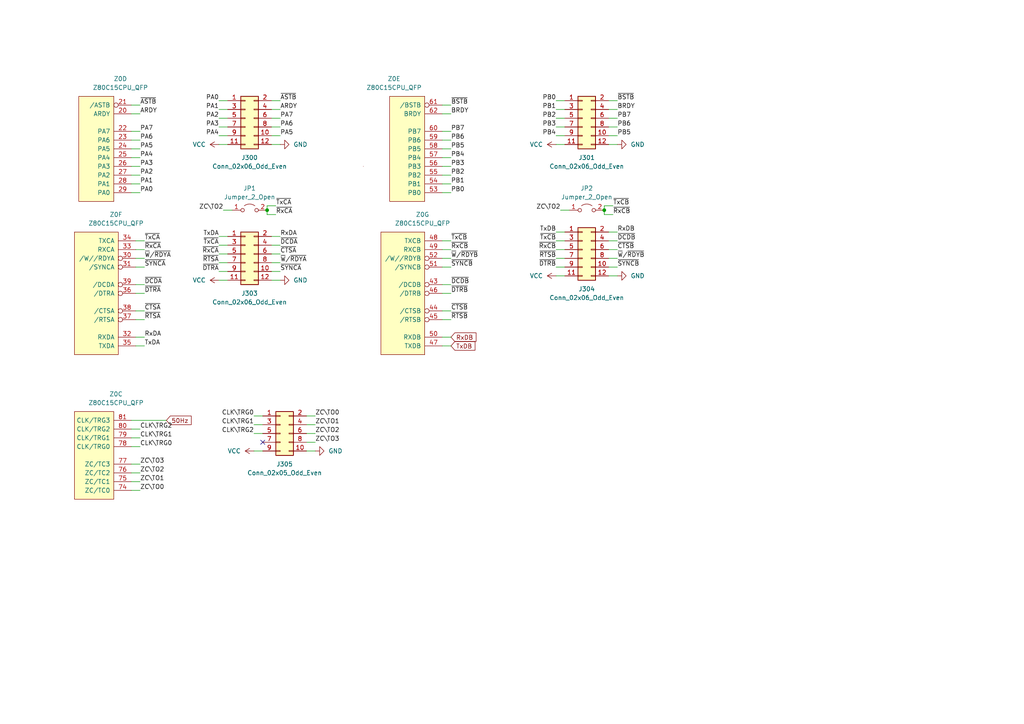
<source format=kicad_sch>
(kicad_sch (version 20211123) (generator eeschema)
  (paper "A4")
  (title_block (title "JupiterAce Z80 plus KIO and new memory format.") (date "2020-05-12") (rev "${REVNUM}") (company "Ontobus") (comment 1 "John Bradley") (comment 2 "https://creativecommons.org/licenses/by-nc-sa/4.0/") (comment 3 "Attribution-NonCommercial-ShareAlike 4.0 International License.") (comment 4 "This work is licensed under a Creative Commons "))
  (lib_symbols
    (symbol "Connector_Generic:Conn_02x05_Odd_Even" (pin_names (offset 1.016) hide)
      (property "Reference" "J" (at 1.27 7.62 0))
      (property "Value" "Conn_02x05_Odd_Even" (at 1.27 -7.62 0))
      (symbol "Conn_02x05_Odd_Even_1_1"
        (rectangle (start -1.27 -4.953) (end 0 -5.207) (stroke (width 0.1524)))
        (rectangle (start -1.27 -2.413) (end 0 -2.667) (stroke (width 0.1524)))
        (rectangle (start -1.27 0.127) (end 0 -0.127) (stroke (width 0.1524)))
        (rectangle (start -1.27 2.667) (end 0 2.413) (stroke (width 0.1524)))
        (rectangle (start -1.27 5.207) (end 0 4.953) (stroke (width 0.1524)))
        (rectangle (start -1.27 6.35) (end 3.81 -6.35) (stroke (width 0.254)) (fill (type background)))
        (rectangle (start 3.81 -4.953) (end 2.54 -5.207) (stroke (width 0.1524)))
        (rectangle (start 3.81 -2.413) (end 2.54 -2.667) (stroke (width 0.1524)))
        (rectangle (start 3.81 0.127) (end 2.54 -0.127) (stroke (width 0.1524)))
        (rectangle (start 3.81 2.667) (end 2.54 2.413) (stroke (width 0.1524)))
        (rectangle (start 3.81 5.207) (end 2.54 4.953) (stroke (width 0.1524)))
        (pin passive line (at -5.08 5.08 0) (length 3.81) (name "Pin_1") (number "1"))
        (pin passive line (at 7.62 -5.08 180) (length 3.81) (name "Pin_10") (number "10"))
        (pin passive line (at 7.62 5.08 180) (length 3.81) (name "Pin_2") (number "2"))
        (pin passive line (at -5.08 2.54 0) (length 3.81) (name "Pin_3") (number "3"))
        (pin passive line (at 7.62 2.54 180) (length 3.81) (name "Pin_4") (number "4"))
        (pin passive line (at -5.08 0 0) (length 3.81) (name "Pin_5") (number "5"))
        (pin passive line (at 7.62 0 180) (length 3.81) (name "Pin_6") (number "6"))
        (pin passive line (at -5.08 -2.54 0) (length 3.81) (name "Pin_7") (number "7"))
        (pin passive line (at 7.62 -2.54 180) (length 3.81) (name "Pin_8") (number "8"))
        (pin passive line (at -5.08 -5.08 0) (length 3.81) (name "Pin_9") (number "9"))
      )
    )
    (symbol "Connector_Generic:Conn_02x06_Odd_Even" (pin_names (offset 1.016) hide)
      (property "Reference" "J" (at 1.27 7.62 0))
      (property "Value" "Conn_02x06_Odd_Even" (at 1.27 -10.16 0))
      (symbol "Conn_02x06_Odd_Even_1_1"
        (rectangle (start -1.27 -7.493) (end 0 -7.747) (stroke (width 0.1524)))
        (rectangle (start -1.27 -4.953) (end 0 -5.207) (stroke (width 0.1524)))
        (rectangle (start -1.27 -2.413) (end 0 -2.667) (stroke (width 0.1524)))
        (rectangle (start -1.27 0.127) (end 0 -0.127) (stroke (width 0.1524)))
        (rectangle (start -1.27 2.667) (end 0 2.413) (stroke (width 0.1524)))
        (rectangle (start -1.27 5.207) (end 0 4.953) (stroke (width 0.1524)))
        (rectangle (start -1.27 6.35) (end 3.81 -8.89) (stroke (width 0.254)) (fill (type background)))
        (rectangle (start 3.81 -7.493) (end 2.54 -7.747) (stroke (width 0.1524)))
        (rectangle (start 3.81 -4.953) (end 2.54 -5.207) (stroke (width 0.1524)))
        (rectangle (start 3.81 -2.413) (end 2.54 -2.667) (stroke (width 0.1524)))
        (rectangle (start 3.81 0.127) (end 2.54 -0.127) (stroke (width 0.1524)))
        (rectangle (start 3.81 2.667) (end 2.54 2.413) (stroke (width 0.1524)))
        (rectangle (start 3.81 5.207) (end 2.54 4.953) (stroke (width 0.1524)))
        (pin passive line (at -5.08 5.08 0) (length 3.81) (name "Pin_1") (number "1"))
        (pin passive line (at 7.62 -5.08 180) (length 3.81) (name "Pin_10") (number "10"))
        (pin passive line (at -5.08 -7.62 0) (length 3.81) (name "Pin_11") (number "11"))
        (pin passive line (at 7.62 -7.62 180) (length 3.81) (name "Pin_12") (number "12"))
        (pin passive line (at 7.62 5.08 180) (length 3.81) (name "Pin_2") (number "2"))
        (pin passive line (at -5.08 2.54 0) (length 3.81) (name "Pin_3") (number "3"))
        (pin passive line (at 7.62 2.54 180) (length 3.81) (name "Pin_4") (number "4"))
        (pin passive line (at -5.08 0 0) (length 3.81) (name "Pin_5") (number "5"))
        (pin passive line (at 7.62 0 180) (length 3.81) (name "Pin_6") (number "6"))
        (pin passive line (at -5.08 -2.54 0) (length 3.81) (name "Pin_7") (number "7"))
        (pin passive line (at 7.62 -2.54 180) (length 3.81) (name "Pin_8") (number "8"))
        (pin passive line (at -5.08 -5.08 0) (length 3.81) (name "Pin_9") (number "9"))
      )
    )
    (symbol "Jumper:Jumper_2_Open" (pin_names (offset 0) hide)
      (property "Reference" "JP" (at 0 2.794 0))
      (property "Value" "Jumper_2_Open" (at 0 -2.286 0))
      (symbol "Jumper_2_Open_0_0"
        (circle (center -2.032 0) (radius 0.508))
        (circle (center 2.032 0) (radius 0.508))
      )
      (symbol "Jumper_2_Open_0_1"
        (arc (start 1.524 1.27) (mid 0 1.778) (end -1.524 1.27))
      )
      (symbol "Jumper_2_Open_1_1"
        (pin passive line (at -5.08 0 0) (length 2.54) (name "A") (number "1"))
        (pin passive line (at 5.08 0 180) (length 2.54) (name "B") (number "2"))
      )
    )
    (symbol "Zilog_Z80:Z84C15-QFP_ALT1" (pin_names (offset 1.016))
      (property "Reference" "IC" (at 5.08 5.08 0))
      (property "Value" "Z84C15-QFP_ALT1" (at -5.08 1.27 0))
      (symbol "Z84C15-QFP_ALT1_1_0"
        (rectangle (start 0 0) (end 25.4 -64.77) (fill (type background)))
        (pin output line (at 30.48 -15.24 180) (length 5.08) (name "A5") (number "1"))
        (pin input inverted (at -5.08 -45.72 0) (length 5.08) (name "/BUSREQ") (number "10"))
        (pin output line (at 30.48 -17.78 180) (length 5.08) (name "A6") (number "100"))
        (pin bidirectional inverted (at -5.08 -27.94 0) (length 5.08) (name "/WAIT") (number "11"))
        (pin tri_state inverted (at -5.08 -48.26 0) (length 5.08) (name "/BUSACK") (number "12"))
        (pin output inverted (at -5.08 -12.7 0) (length 5.08) (name "/WR") (number "13"))
        (pin output inverted (at -5.08 -10.16 0) (length 5.08) (name "/RD") (number "14"))
        (pin output inverted (at -5.08 -7.62 0) (length 5.08) (name "/IORQ") (number "15"))
        (pin output inverted (at -5.08 -5.08 0) (length 5.08) (name "/MREQ") (number "17"))
        (pin tri_state inverted (at -5.08 -22.86 0) (length 5.08) (name "/HALT") (number "18"))
        (pin open_collector inverted (at -5.08 -35.56 0) (length 5.08) (name "/INT") (number "19"))
        (pin output line (at 30.48 -12.7 180) (length 5.08) (name "A4") (number "2"))
        (pin output line (at 30.48 -10.16 180) (length 5.08) (name "A3") (number "3"))
        (pin output line (at 30.48 -7.62 180) (length 5.08) (name "A2") (number "4"))
        (pin output line (at 30.48 -5.08 180) (length 5.08) (name "A1") (number "5"))
        (pin output line (at 30.48 -2.54 180) (length 5.08) (name "A0") (number "6"))
        (pin input inverted (at -5.08 -33.02 0) (length 5.08) (name "/NMI") (number "63"))
        (pin input line (at -5.08 -53.34 0) (length 5.08) (name "CLKIN") (number "69"))
        (pin tri_state inverted (at -5.08 -17.78 0) (length 5.08) (name "/RFSH") (number "7"))
        (pin output inverted (at -5.08 -2.54 0) (length 5.08) (name "M1") (number "8"))
        (pin bidirectional line (at 30.48 -63.5 180) (length 5.08) (name "D7") (number "82"))
        (pin bidirectional line (at 30.48 -60.96 180) (length 5.08) (name "D6") (number "83"))
        (pin bidirectional line (at 30.48 -58.42 180) (length 5.08) (name "D5") (number "84"))
        (pin bidirectional line (at 30.48 -55.88 180) (length 5.08) (name "D4") (number "85"))
        (pin bidirectional line (at 30.48 -53.34 180) (length 5.08) (name "D3") (number "86"))
        (pin bidirectional line (at 30.48 -50.8 180) (length 5.08) (name "D2") (number "87"))
        (pin bidirectional line (at 30.48 -48.26 180) (length 5.08) (name "D1") (number "88"))
        (pin bidirectional line (at 30.48 -45.72 180) (length 5.08) (name "D0") (number "89"))
        (pin open_collector inverted (at -5.08 -40.64 0) (length 5.08) (name "/RESET") (number "9"))
        (pin output line (at 30.48 -40.64 180) (length 5.08) (name "A15") (number "91"))
        (pin output line (at 30.48 -38.1 180) (length 5.08) (name "A14") (number "92"))
        (pin output line (at 30.48 -35.56 180) (length 5.08) (name "A13") (number "93"))
        (pin output line (at 30.48 -33.02 180) (length 5.08) (name "A12") (number "94"))
        (pin output line (at 30.48 -30.48 180) (length 5.08) (name "A11") (number "95"))
        (pin output line (at 30.48 -27.94 180) (length 5.08) (name "A10") (number "96"))
        (pin output line (at 30.48 -25.4 180) (length 5.08) (name "A9") (number "97"))
        (pin output line (at 30.48 -22.86 180) (length 5.08) (name "A8") (number "98"))
        (pin output line (at 30.48 -20.32 180) (length 5.08) (name "A7") (number "99"))
      )
      (symbol "Z84C15-QFP_ALT1_2_0"
        (rectangle (start 0 0) (end 16.51 -26.67) (fill (type background)))
        (pin power_in line (at 21.59 -21.59 180) (length 5.08) (name "VSS$1") (number "16"))
        (pin output inverted (at 21.59 -5.08 180) (length 5.08) (name "/CS0") (number "40"))
        (pin power_in line (at -5.08 -21.59 0) (length 5.08) (name "VCC$1") (number "41"))
        (pin output inverted (at 21.59 -2.54 180) (length 5.08) (name "/CS1") (number "42"))
        (pin power_in line (at 21.59 -24.13 180) (length 5.08) (name "VSS$2") (number "64"))
        (pin input line (at -5.08 -6.35 0) (length 5.08) (name "XTAL1") (number "65"))
        (pin output line (at -5.08 -8.89 0) (length 5.08) (name "XTAL2") (number "66"))
        (pin input line (at -5.08 -17.78 0) (length 5.08) (name "EV") (number "67"))
        (pin output line (at -5.08 -12.7 0) (length 5.08) (name "CLKOUT") (number "68"))
        (pin output inverted (at 21.59 -17.78 180) (length 5.08) (name "A7RF") (number "70"))
        (pin output inverted (at 21.59 -12.7 180) (length 5.08) (name "IEO") (number "71"))
        (pin input inverted (at 21.59 -10.16 180) (length 5.08) (name "IEI") (number "72"))
        (pin open_collector inverted (at -5.08 -2.54 0) (length 5.08) (name "/WDTOUT") (number "73"))
        (pin power_in line (at -5.08 -24.13 0) (length 5.08) (name "VCC$2") (number "90"))
      )
      (symbol "Z84C15-QFP_ALT1_3_0"
        (rectangle (start 0 0) (end 11.43 -25.4) (fill (type background)))
        (pin output line (at 16.51 -22.86 180) (length 5.08) (name "ZC/TC0") (number "74"))
        (pin output line (at 16.51 -20.32 180) (length 5.08) (name "ZC/TC1") (number "75"))
        (pin output line (at 16.51 -17.78 180) (length 5.08) (name "ZC/TC2") (number "76"))
        (pin output line (at 16.51 -15.24 180) (length 5.08) (name "ZC/TC3") (number "77"))
        (pin input line (at 16.51 -10.16 180) (length 5.08) (name "CLK/TRG0") (number "78"))
        (pin input line (at 16.51 -7.62 180) (length 5.08) (name "CLK/TRG1") (number "79"))
        (pin input line (at 16.51 -5.08 180) (length 5.08) (name "CLK/TRG2") (number "80"))
        (pin input line (at 16.51 -2.54 180) (length 5.08) (name "CLK/TRG3") (number "81"))
      )
      (symbol "Z84C15-QFP_ALT1_4_0"
        (rectangle (start 0 0) (end 10.16 -30.48) (fill (type background)))
        (pin output line (at 15.24 -5.08 180) (length 5.08) (name "ARDY") (number "20"))
        (pin input inverted (at 15.24 -2.54 180) (length 5.08) (name "/ASTB") (number "21"))
        (pin tri_state line (at 15.24 -10.16 180) (length 5.08) (name "PA7") (number "22"))
        (pin tri_state line (at 15.24 -12.7 180) (length 5.08) (name "PA6") (number "23"))
        (pin tri_state line (at 15.24 -15.24 180) (length 5.08) (name "PA5") (number "24"))
        (pin tri_state line (at 15.24 -17.78 180) (length 5.08) (name "PA4") (number "25"))
        (pin tri_state line (at 15.24 -20.32 180) (length 5.08) (name "PA3") (number "26"))
        (pin tri_state line (at 15.24 -22.86 180) (length 5.08) (name "PA2") (number "27"))
        (pin tri_state line (at 15.24 -25.4 180) (length 5.08) (name "PA1") (number "28"))
        (pin tri_state line (at 15.24 -27.94 180) (length 5.08) (name "PA0") (number "29"))
      )
      (symbol "Z84C15-QFP_ALT1_5_0"
        (rectangle (start -7.62 -20.32) (end -7.62 -20.32))
        (rectangle (start 10.16 -30.48) (end 0 0) (fill (type background)))
        (pin tri_state line (at 15.24 -27.94 180) (length 5.08) (name "PB0") (number "53"))
        (pin tri_state line (at 15.24 -25.4 180) (length 5.08) (name "PB1") (number "54"))
        (pin tri_state line (at 15.24 -22.86 180) (length 5.08) (name "PB2") (number "55"))
        (pin tri_state line (at 15.24 -20.32 180) (length 5.08) (name "PB3") (number "56"))
        (pin tri_state line (at 15.24 -17.78 180) (length 5.08) (name "PB4") (number "57"))
        (pin tri_state line (at 15.24 -15.24 180) (length 5.08) (name "PB5") (number "58"))
        (pin tri_state line (at 15.24 -12.7 180) (length 5.08) (name "PB6") (number "59"))
        (pin tri_state line (at 15.24 -10.16 180) (length 5.08) (name "PB7") (number "60"))
        (pin input inverted (at 15.24 -2.54 180) (length 5.08) (name "/BSTB") (number "61"))
        (pin output line (at 15.24 -5.08 180) (length 5.08) (name "BRDY") (number "62"))
      )
      (symbol "Z84C15-QFP_ALT1_6_0"
        (pin output inverted (at 17.78 -7.62 180) (length 5.08) (name "/W//RDYA") (number "30"))
        (pin bidirectional inverted (at 17.78 -10.16 180) (length 5.08) (name "/SYNCA") (number "31"))
        (pin input line (at 17.78 -30.48 180) (length 5.08) (name "RXDA") (number "32"))
        (pin input line (at 17.78 -5.08 180) (length 5.08) (name "RXCA") (number "33"))
        (pin input line (at 17.78 -2.54 180) (length 5.08) (name "TXCA") (number "34"))
        (pin output line (at 17.78 -33.02 180) (length 5.08) (name "TXDA") (number "35"))
        (pin output inverted (at 17.78 -17.78 180) (length 5.08) (name "/DTRA") (number "36"))
        (pin output inverted (at 17.78 -25.4 180) (length 5.08) (name "/RTSA") (number "37"))
        (pin input inverted (at 17.78 -22.86 180) (length 5.08) (name "/CTSA") (number "38"))
        (pin input inverted (at 17.78 -15.24 180) (length 5.08) (name "/DCDA") (number "39"))
      )
      (symbol "Z84C15-QFP_ALT1_6_1"
        (rectangle (start 12.7 -35.56) (end 0 0) (fill (type background)))
      )
      (symbol "Z84C15-QFP_ALT1_7_0"
        (pin input inverted (at 17.78 -15.24 180) (length 5.08) (name "/DCDB") (number "43"))
        (pin input inverted (at 17.78 -22.86 180) (length 5.08) (name "/CTSB") (number "44"))
        (pin output inverted (at 17.78 -25.4 180) (length 5.08) (name "/RTSB") (number "45"))
        (pin output inverted (at 17.78 -17.78 180) (length 5.08) (name "/DTRB") (number "46"))
        (pin output line (at 17.78 -33.02 180) (length 5.08) (name "TXDB") (number "47"))
        (pin input line (at 17.78 -2.54 180) (length 5.08) (name "TXCB") (number "48"))
        (pin input line (at 17.78 -5.08 180) (length 5.08) (name "RXCB") (number "49"))
        (pin input line (at 17.78 -30.48 180) (length 5.08) (name "RXDB") (number "50"))
        (pin bidirectional inverted (at 17.78 -10.16 180) (length 5.08) (name "/SYNCB") (number "51"))
        (pin output inverted (at 17.78 -7.62 180) (length 5.08) (name "/W//RDYB") (number "52"))
      )
      (symbol "Z84C15-QFP_ALT1_7_1"
        (rectangle (start 12.7 -35.56) (end 0 0) (fill (type background)))
      )
    )
    (symbol "power:GND" (power) (pin_names (offset 0))
      (property "Value" "GND" (at 0 -3.81 0))
      (symbol "GND_0_1"
        (polyline (pts (xy 0 0) (xy 0 -1.27) (xy 1.27 -1.27) (xy 0 -2.54) (xy -1.27 -1.27) (xy 0 -1.27)))
      )
      (symbol "GND_1_1"
        (pin power_in line (at 0 0 270) (length 0) hide (name "GND") (number "1"))
      )
    )
    (symbol "power:VCC" (power) (pin_names (offset 0))
      (property "Value" "VCC" (at 0 3.81 0))
      (symbol "VCC_0_1"
        (polyline (pts (xy -0.762 1.27) (xy 0 2.54)))
        (polyline (pts (xy 0 0) (xy 0 2.54)))
        (polyline (pts (xy 0 2.54) (xy 0.762 1.27)))
      )
      (symbol "VCC_1_1"
        (pin power_in line (at 0 0 90) (length 0) hide (name "VCC") (number "1"))
      )
    )
  )
  (junction (at 77.47 60.96))
  (junction (at 175.26 60.96))
  (no_connect (at 76.2 128.27))
  (wire (pts (xy 39.37 100.33) (xy 41.91 100.33)))
  (wire (pts (xy 175.26 62.23) (xy 177.8 62.23)))
  (wire (pts (xy 176.53 72.39) (xy 179.07 72.39)))
  (wire (pts (xy 39.37 90.17) (xy 41.91 90.17)))
  (wire (pts (xy 176.53 41.91) (xy 179.07 41.91)))
  (wire (pts (xy 38.1 45.72) (xy 40.64 45.72)))
  (wire (pts (xy 78.74 29.21) (xy 81.28 29.21)))
  (wire (pts (xy 48.26 121.92) (xy 38.1 121.92)))
  (wire (pts (xy 161.29 80.01) (xy 163.83 80.01)))
  (wire (pts (xy 163.83 72.39) (xy 161.29 72.39)))
  (wire (pts (xy 162.56 60.96) (xy 165.1 60.96)))
  (wire (pts (xy 78.74 39.37) (xy 81.28 39.37)))
  (wire (pts (xy 73.66 130.81) (xy 76.2 130.81)))
  (wire (pts (xy 77.47 62.23) (xy 80.01 62.23)))
  (wire (pts (xy 76.2 120.65) (xy 73.66 120.65)))
  (wire (pts (xy 78.74 68.58) (xy 81.28 68.58)))
  (wire (pts (xy 175.26 59.69) (xy 177.8 59.69)))
  (wire (pts (xy 38.1 50.8) (xy 40.64 50.8)))
  (wire (pts (xy 176.53 69.85) (xy 179.07 69.85)))
  (wire (pts (xy 77.47 59.69) (xy 80.01 59.69)))
  (wire (pts (xy 128.27 43.18) (xy 130.81 43.18)))
  (wire (pts (xy 163.83 34.29) (xy 161.29 34.29)))
  (wire (pts (xy 179.07 77.47) (xy 176.53 77.47)))
  (wire (pts (xy 78.74 41.91) (xy 81.28 41.91)))
  (wire (pts (xy 66.04 36.83) (xy 63.5 36.83)))
  (wire (pts (xy 78.74 71.12) (xy 81.28 71.12)))
  (wire (pts (xy 66.04 34.29) (xy 63.5 34.29)))
  (wire (pts (xy 128.27 77.47) (xy 130.81 77.47)))
  (wire (pts (xy 38.1 124.46) (xy 40.64 124.46)))
  (wire (pts (xy 39.37 74.93) (xy 41.91 74.93)))
  (wire (pts (xy 176.53 80.01) (xy 179.07 80.01)))
  (wire (pts (xy 38.1 43.18) (xy 40.64 43.18)))
  (wire (pts (xy 38.1 127) (xy 40.64 127)))
  (wire (pts (xy 78.74 81.28) (xy 81.28 81.28)))
  (wire (pts (xy 66.04 76.2) (xy 63.5 76.2)))
  (wire (pts (xy 38.1 30.48) (xy 40.64 30.48)))
  (wire (pts (xy 88.9 128.27) (xy 91.44 128.27)))
  (wire (pts (xy 128.27 50.8) (xy 130.81 50.8)))
  (wire (pts (xy 38.1 53.34) (xy 40.64 53.34)))
  (wire (pts (xy 66.04 78.74) (xy 63.5 78.74)))
  (wire (pts (xy 66.04 31.75) (xy 63.5 31.75)))
  (wire (pts (xy 175.26 60.96) (xy 175.26 62.23)))
  (wire (pts (xy 38.1 48.26) (xy 40.64 48.26)))
  (wire (pts (xy 128.27 92.71) (xy 130.81 92.71)))
  (wire (pts (xy 38.1 55.88) (xy 40.64 55.88)))
  (wire (pts (xy 88.9 130.81) (xy 91.44 130.81)))
  (wire (pts (xy 128.27 45.72) (xy 130.81 45.72)))
  (wire (pts (xy 66.04 71.12) (xy 63.5 71.12)))
  (wire (pts (xy 128.27 72.39) (xy 130.81 72.39)))
  (wire (pts (xy 78.74 34.29) (xy 81.28 34.29)))
  (wire (pts (xy 179.07 74.93) (xy 176.53 74.93)))
  (wire (pts (xy 176.53 39.37) (xy 179.07 39.37)))
  (wire (pts (xy 38.1 33.02) (xy 40.64 33.02)))
  (wire (pts (xy 38.1 139.7) (xy 40.64 139.7)))
  (wire (pts (xy 78.74 31.75) (xy 81.28 31.75)))
  (wire (pts (xy 76.2 125.73) (xy 73.66 125.73)))
  (wire (pts (xy 78.74 78.74) (xy 81.28 78.74)))
  (wire (pts (xy 63.5 81.28) (xy 66.04 81.28)))
  (wire (pts (xy 163.83 74.93) (xy 161.29 74.93)))
  (wire (pts (xy 78.74 36.83) (xy 81.28 36.83)))
  (wire (pts (xy 128.27 48.26) (xy 130.81 48.26)))
  (wire (pts (xy 38.1 137.16) (xy 40.64 137.16)))
  (wire (pts (xy 38.1 40.64) (xy 40.64 40.64)))
  (wire (pts (xy 175.26 60.96) (xy 175.26 59.69)))
  (wire (pts (xy 163.83 77.47) (xy 161.29 77.47)))
  (wire (pts (xy 88.9 125.73) (xy 91.44 125.73)))
  (wire (pts (xy 161.29 41.91) (xy 163.83 41.91)))
  (wire (pts (xy 66.04 68.58) (xy 63.5 68.58)))
  (wire (pts (xy 64.77 60.96) (xy 67.31 60.96)))
  (wire (pts (xy 128.27 100.33) (xy 130.81 100.33)))
  (wire (pts (xy 38.1 129.54) (xy 40.64 129.54)))
  (wire (pts (xy 128.27 69.85) (xy 130.81 69.85)))
  (wire (pts (xy 39.37 85.09) (xy 41.91 85.09)))
  (wire (pts (xy 176.53 34.29) (xy 179.07 34.29)))
  (wire (pts (xy 163.83 67.31) (xy 161.29 67.31)))
  (wire (pts (xy 39.37 69.85) (xy 41.91 69.85)))
  (wire (pts (xy 163.83 39.37) (xy 161.29 39.37)))
  (wire (pts (xy 128.27 85.09) (xy 130.81 85.09)))
  (wire (pts (xy 176.53 31.75) (xy 179.07 31.75)))
  (wire (pts (xy 63.5 41.91) (xy 66.04 41.91)))
  (wire (pts (xy 128.27 82.55) (xy 130.81 82.55)))
  (wire (pts (xy 176.53 67.31) (xy 179.07 67.31)))
  (wire (pts (xy 39.37 97.79) (xy 41.91 97.79)))
  (wire (pts (xy 176.53 36.83) (xy 179.07 36.83)))
  (wire (pts (xy 163.83 69.85) (xy 161.29 69.85)))
  (wire (pts (xy 38.1 134.62) (xy 40.64 134.62)))
  (wire (pts (xy 163.83 29.21) (xy 161.29 29.21)))
  (wire (pts (xy 38.1 142.24) (xy 40.64 142.24)))
  (wire (pts (xy 76.2 123.19) (xy 73.66 123.19)))
  (wire (pts (xy 128.27 90.17) (xy 130.81 90.17)))
  (wire (pts (xy 39.37 77.47) (xy 41.91 77.47)))
  (wire (pts (xy 88.9 123.19) (xy 91.44 123.19)))
  (wire (pts (xy 77.47 60.96) (xy 77.47 62.23)))
  (wire (pts (xy 128.27 33.02) (xy 130.81 33.02)))
  (wire (pts (xy 39.37 72.39) (xy 41.91 72.39)))
  (wire (pts (xy 39.37 82.55) (xy 41.91 82.55)))
  (wire (pts (xy 78.74 73.66) (xy 81.28 73.66)))
  (wire (pts (xy 128.27 97.79) (xy 130.81 97.79)))
  (wire (pts (xy 128.27 38.1) (xy 130.81 38.1)))
  (wire (pts (xy 128.27 53.34) (xy 130.81 53.34)))
  (wire (pts (xy 128.27 40.64) (xy 130.81 40.64)))
  (wire (pts (xy 78.74 76.2) (xy 81.28 76.2)))
  (wire (pts (xy 176.53 29.21) (xy 179.07 29.21)))
  (wire (pts (xy 163.83 31.75) (xy 161.29 31.75)))
  (wire (pts (xy 66.04 29.21) (xy 63.5 29.21)))
  (wire (pts (xy 77.47 60.96) (xy 77.47 59.69)))
  (wire (pts (xy 88.9 120.65) (xy 91.44 120.65)))
  (wire (pts (xy 66.04 73.66) (xy 63.5 73.66)))
  (wire (pts (xy 128.27 55.88) (xy 130.81 55.88)))
  (wire (pts (xy 38.1 38.1) (xy 40.64 38.1)))
  (wire (pts (xy 128.27 30.48) (xy 130.81 30.48)))
  (wire (pts (xy 128.27 74.93) (xy 130.81 74.93)))
  (wire (pts (xy 163.83 36.83) (xy 161.29 36.83)))
  (wire (pts (xy 39.37 92.71) (xy 41.91 92.71)))
  (wire (pts (xy 66.04 39.37) (xy 63.5 39.37)))
  (label "~{RxCA}" (at 80.01 62.23 0))
  (label "PA1" (at 40.64 53.34 0))
  (label "~{DTRA}" (at 63.5 78.74 180))
  (label "~{DTRB}" (at 161.29 77.47 180))
  (label "PA5" (at 81.28 39.37 0))
  (label "~{W}{slash}~{RDYB}" (at 130.81 74.93 0))
  (label "~{CTSA}" (at 81.28 73.66 0))
  (label "ZC\\TO2" (at 162.56 60.96 180))
  (label "ZC\\TO3" (at 40.64 134.62 0))
  (label "PB1" (at 130.81 53.34 0))
  (label "PB4" (at 130.81 45.72 0))
  (label "~{TxCB}" (at 161.29 69.85 0))
  (label "CLK\\TRG0" (at 73.66 120.65 0))
  (label "PB7" (at 130.81 38.1 0))
  (label "PA6" (at 40.64 40.64 0))
  (label "ZC\\TO2" (at 64.77 60.96 180))
  (label "~{BSTB}" (at 130.81 30.48 0))
  (label "~{RxCA}" (at 41.91 72.39 0))
  (label "~{CTSB}" (at 179.07 72.39 0))
  (label "ZC\\TO2" (at 40.64 137.16 0))
  (label "~{W}{slash}~{RDYA}" (at 41.91 74.93 0))
  (label "PB6" (at 130.81 40.64 0))
  (label "~{RxCB}" (at 177.8 62.23 0))
  (label "~{RTSA}" (at 41.91 92.71 0))
  (label "~{TxCB}" (at 177.8 59.69 0))
  (label "CLK\\TRG1" (at 40.64 127 0))
  (label "~{CTSB}" (at 130.81 90.17 0))
  (label "PA5" (at 40.64 43.18 0))
  (label "PB2" (at 161.29 34.29 0))
  (label "ARDY" (at 40.64 33.02 0))
  (label "~{RxCB}" (at 130.81 72.39 0))
  (label "PB0" (at 130.81 55.88 0))
  (label "PA3" (at 40.64 48.26 0))
  (label "CLK\\TRG0" (at 40.64 129.54 0))
  (label "PA4" (at 40.64 45.72 0))
  (label "PB3" (at 130.81 48.26 0))
  (label "~{TxCB}" (at 130.81 69.85 0))
  (label "RxDA" (at 41.91 97.79 0))
  (label "~{DCDA}" (at 81.28 71.12 0))
  (label "~{ASTB}" (at 81.28 29.21 0))
  (label "CLK\\TRG2" (at 40.64 124.46 0))
  (label "PA1" (at 63.5 31.75 0))
  (label "~{ASTB}" (at 40.64 30.48 0))
  (label "PA6" (at 81.28 36.83 0))
  (label "~{BSTB}" (at 179.07 29.21 0))
  (label "~{SYNCA}" (at 81.28 78.74 0))
  (label "PB6" (at 179.07 36.83 0))
  (label "RxDA" (at 81.28 68.58 0))
  (label "ARDY" (at 81.28 31.75 0))
  (label "PA4" (at 63.5 39.37 0))
  (label "~{RxCB}" (at 161.29 72.39 0))
  (label "PB0" (at 161.29 29.21 0))
  (label "ZC\\TO0" (at 91.44 120.65 0))
  (label "~{SYNCB}" (at 179.07 77.47 0))
  (label "PA2" (at 63.5 34.29 0))
  (label "PA2" (at 40.64 50.8 0))
  (label "~{DCDB}" (at 179.07 69.85 0))
  (label "~{DCDB}" (at 130.81 82.55 0))
  (label "TxDA" (at 41.91 100.33 0))
  (label "~{DCDA}" (at 41.91 82.55 0))
  (label "PA3" (at 63.5 36.83 0))
  (label "ZC\\TO1" (at 40.64 139.7 0))
  (label "TxDB" (at 161.29 67.31 0))
  (label "~{SYNCA}" (at 41.91 77.47 0))
  (label "ZC\\TO2" (at 91.44 125.73 0))
  (label "CLK\\TRG1" (at 73.66 123.19 0))
  (label "TxDA" (at 63.5 68.58 0))
  (label "ZC\\TO1" (at 91.44 123.19 0))
  (label "PB3" (at 161.29 36.83 0))
  (label "~{SYNCB}" (at 130.81 77.47 0))
  (label "PA0" (at 63.5 29.21 0))
  (label "PB5" (at 179.07 39.37 0))
  (label "~{TxCA}" (at 41.91 69.85 0))
  (label "RxDB" (at 179.07 67.31 0))
  (label "BRDY" (at 179.07 31.75 0))
  (label "PA0" (at 40.64 55.88 0))
  (label "CLK\\TRG2" (at 73.66 125.73 0))
  (label "PB7" (at 179.07 34.29 0))
  (label "~{RxCA}" (at 63.5 73.66 0))
  (label "PB1" (at 161.29 31.75 0))
  (label "~{TxCA}" (at 63.5 71.12 0))
  (label "~{TxCA}" (at 80.01 59.69 0))
  (label "ZC\\TO0" (at 40.64 142.24 0))
  (label "BRDY" (at 130.81 33.02 0))
  (label "~{W}{slash}~{RDYA}" (at 81.28 76.2 0))
  (label "~{DTRA}" (at 41.91 85.09 0))
  (label "PA7" (at 81.28 34.29 0))
  (label "PB2" (at 130.81 50.8 0))
  (label "PA7" (at 40.64 38.1 0))
  (label "~{W}{slash}~{RDYB}" (at 179.07 74.93 0))
  (label "~{RTSA}" (at 63.5 76.2 180))
  (label "~{RTSB}" (at 130.81 92.71 0))
  (label "~{RTSB}" (at 161.29 74.93 180))
  (label "~{DTRB}" (at 130.81 85.09 0))
  (label "PB4" (at 161.29 39.37 0))
  (label "~{CTSA}" (at 41.91 90.17 0))
  (label "ZC\\TO3" (at 91.44 128.27 0))
  (label "PB5" (at 130.81 43.18 0))
  (global_label "50Hz" (shape input) (at 48.26 121.92 0) (property "Intersheet References" "${INTERSHEET_REFS}" (at 55.3618 121.8406 0) (effects (justify left))))
  (global_label "TxDB" (shape input) (at 130.81 100.33 0) (property "Intersheet References" "${INTERSHEET_REFS}" (at 137.6699 100.2506 0) (effects (justify left))))
  (global_label "RxDB" (shape input) (at 130.81 97.79 0) (property "Intersheet References" "${INTERSHEET_REFS}" (at 137.9723 97.7106 0) (effects (justify left))))
  (symbol (lib_id "Connector_Generic:Conn_02x06_Odd_Even") (at 71.12 34.29 0) (unit 1)
    (property "Reference" "J300" (at 72.39 45.72 0))
    (property "Value" "Conn_02x06_Odd_Even" (at 72.39 48.26 0))
    (property "Footprint" "Connector_PinHeader_2.54mm:PinHeader_2x06_P2.54mm_Vertical" (effects hide))
    (property "Manufacturer_Name" "SAMTEC" (effects hide))
    (property "Manufacturer_Part_Number" "HTSW-106-08-S-D " (effects hide))
  )
  (symbol (lib_id "Connector_Generic:Conn_02x06_Odd_Even") (at 168.91 34.29 0) (unit 1)
    (property "Reference" "J301" (at 170.18 45.72 0))
    (property "Value" "Conn_02x06_Odd_Even" (at 170.18 48.26 0))
    (property "Footprint" "Connector_PinHeader_2.54mm:PinHeader_2x06_P2.54mm_Vertical" (effects hide))
    (property "Manufacturer_Name" "SAMTEC" (effects hide))
    (property "Manufacturer_Part_Number" "HTSW-106-08-S-D " (effects hide))
  )
  (symbol (lib_id "power:VCC") (at 73.66 130.81 90) (unit 1)
    (property "Reference" "#~PWR0176" (effects hide))
    (property "Value" "VCC" (at 69.85 130.8099 90) (effects (justify left)))
  )
  (symbol (lib_id "power:GND") (at 91.44 130.81 90) (unit 1)
    (property "Reference" "#~PWR0177" (effects hide))
    (property "Value" "GND" (at 95.25 130.8099 90) (effects (justify right)))
  )
  (symbol (lib_id "power:GND") (at 81.28 41.91 90) (unit 1)
    (property "Reference" "#~PWR0101" (effects hide))
    (property "Value" "GND" (at 85.09 41.9099 90) (effects (justify right)))
  )
  (symbol (lib_id "power:VCC") (at 63.5 41.91 90) (unit 1)
    (property "Reference" "#~PWR0114" (effects hide))
    (property "Value" "VCC" (at 59.69 41.9099 90) (effects (justify left)))
  )
  (symbol (lib_id "power:GND") (at 179.07 41.91 90) (unit 1)
    (property "Reference" "#~PWR0117" (effects hide))
    (property "Value" "GND" (at 182.88 41.9099 90) (effects (justify right)))
  )
  (symbol (lib_id "power:VCC") (at 161.29 41.91 90) (unit 1)
    (property "Reference" "#~PWR0119" (effects hide))
    (property "Value" "VCC" (at 157.48 41.9099 90) (effects (justify left)))
  )
  (symbol (lib_id "power:GND") (at 81.28 81.28 90) (unit 1)
    (property "Reference" "#~PWR0143" (effects hide))
    (property "Value" "GND" (at 85.09 81.2799 90) (effects (justify right)))
  )
  (symbol (lib_id "power:VCC") (at 63.5 81.28 90) (unit 1)
    (property "Reference" "#~PWR0156" (effects hide))
    (property "Value" "VCC" (at 59.69 81.2799 90) (effects (justify left)))
  )
  (symbol (lib_id "power:GND") (at 179.07 80.01 90) (unit 1)
    (property "Reference" "#~PWR0164" (effects hide))
    (property "Value" "GND" (at 182.88 80.0099 90) (effects (justify right)))
  )
  (symbol (lib_id "power:VCC") (at 161.29 80.01 90) (unit 1)
    (property "Reference" "#~PWR0175" (effects hide))
    (property "Value" "VCC" (at 157.48 80.0099 90) (effects (justify left)))
  )
  (symbol (lib_id "Connector_Generic:Conn_02x06_Odd_Even") (at 71.12 73.66 0) (unit 1)
    (property "Reference" "J303" (at 72.39 85.09 0))
    (property "Value" "Conn_02x06_Odd_Even" (at 72.39 87.63 0))
    (property "Footprint" "Connector_PinHeader_2.54mm:PinHeader_2x06_P2.54mm_Vertical" (effects hide))
    (property "Manufacturer_Name" "SAMTEC" (effects hide))
    (property "Manufacturer_Part_Number" "TSW-104-08-S-D" (effects hide))
  )
  (symbol (lib_id "Connector_Generic:Conn_02x06_Odd_Even") (at 168.91 72.39 0) (unit 1)
    (property "Reference" "J304" (at 170.18 83.82 0))
    (property "Value" "Conn_02x06_Odd_Even" (at 170.18 86.36 0))
    (property "Footprint" "Connector_PinHeader_2.54mm:PinHeader_2x06_P2.54mm_Vertical" (effects hide))
    (property "Manufacturer_Name" "SAMTEC" (effects hide))
    (property "Manufacturer_Part_Number" "TSW-104-08-S-D" (effects hide))
  )
  (symbol (lib_id "Connector_Generic:Conn_02x05_Odd_Even") (at 81.28 125.73 0) (unit 1)
    (property "Reference" "J305" (at 82.55 134.62 0))
    (property "Value" "Conn_02x05_Odd_Even" (at 82.55 137.16 0))
    (property "Footprint" "Connector_PinHeader_2.54mm:PinHeader_2x05_P2.54mm_Vertical" (effects hide))
    (property "Manufacturer_Name" "TE Connectivity / AMP" (effects hide))
    (property "Manufacturer_Part_Number" "HTSW-105-08-S-D " (effects hide))
  )
  (symbol (lib_id "Zilog_Z80:Z84C15-QFP_ALT1") (at 110.49 67.31 0) (unit 7)
    (property "Reference" "Z0" (at 122.555 62.23 0))
    (property "Value" "Z80C15CPU_QFP" (at 122.555 64.77 0))
    (property "Footprint" "Package_QFP:PQFP-100_14x20mm_P0.65mm" (effects hide))
    (property "Datasheet" "https://www.mouser.co.uk/datasheet/2/450/ps0182-18334.pdf" (effects hide))
    (property "Manufacturer_Name" "Zilog" (effects hide))
    (property "Manufacturer_Part_Number" "Z84C00" (effects hide))
  )
  (symbol (lib_id "Jumper:Jumper_2_Open") (at 170.18 60.96 0) (unit 1)
    (property "Reference" "JP2" (at 170.18 54.61 0))
    (property "Value" "Jumper_2_Open" (at 170.18 57.15 0))
    (property "Footprint" "Connector_PinHeader_2.54mm:PinHeader_1x02_P2.54mm_Vertical" (effects hide))
  )
  (symbol (lib_id "Zilog_Z80:Z84C15-QFP_ALT1") (at 113.03 27.94 0) (unit 5)
    (property "Reference" "Z0" (at 114.3 22.86 0))
    (property "Value" "Z80C15CPU_QFP" (at 114.3 25.4 0))
    (property "Footprint" "Package_QFP:PQFP-100_14x20mm_P0.65mm" (effects hide))
    (property "Datasheet" "https://www.mouser.co.uk/datasheet/2/450/ps0182-18334.pdf" (effects hide))
    (property "Manufacturer_Name" "Zilog" (effects hide))
    (property "Manufacturer_Part_Number" "Z84C00" (effects hide))
  )
  (symbol (lib_id "Zilog_Z80:Z84C15-QFP_ALT1") (at 22.86 27.94 0) (unit 4)
    (property "Reference" "Z0" (at 34.925 22.86 0))
    (property "Value" "Z80C15CPU_QFP" (at 34.925 25.4 0))
    (property "Footprint" "Package_QFP:PQFP-100_14x20mm_P0.65mm" (effects hide))
    (property "Datasheet" "https://www.mouser.co.uk/datasheet/2/450/ps0182-18334.pdf" (effects hide))
    (property "Manufacturer_Name" "Zilog" (effects hide))
    (property "Manufacturer_Part_Number" "Z84C00" (effects hide))
  )
  (symbol (lib_id "Zilog_Z80:Z84C15-QFP_ALT1") (at 21.59 67.31 0) (unit 6)
    (property "Reference" "Z0" (at 33.655 62.23 0))
    (property "Value" "Z80C15CPU_QFP" (at 33.655 64.77 0))
    (property "Footprint" "Package_QFP:PQFP-100_14x20mm_P0.65mm" (effects hide))
    (property "Datasheet" "https://www.mouser.co.uk/datasheet/2/450/ps0182-18334.pdf" (effects hide))
    (property "Manufacturer_Name" "Zilog" (effects hide))
    (property "Manufacturer_Part_Number" "Z84C00" (effects hide))
  )
  (symbol (lib_id "Zilog_Z80:Z84C15-QFP_ALT1") (at 21.59 119.38 0) (unit 3)
    (property "Reference" "Z0" (at 33.655 114.3 0))
    (property "Value" "Z80C15CPU_QFP" (at 33.655 116.84 0))
    (property "Footprint" "Package_QFP:PQFP-100_14x20mm_P0.65mm" (effects hide))
    (property "Datasheet" "https://www.mouser.co.uk/datasheet/2/450/ps0182-18334.pdf" (effects hide))
    (property "Manufacturer_Name" "Zilog" (effects hide))
    (property "Manufacturer_Part_Number" "Z84C00" (effects hide))
  )
  (symbol (lib_id "Jumper:Jumper_2_Open") (at 72.39 60.96 0) (unit 1)
    (property "Reference" "JP1" (at 72.39 54.61 0))
    (property "Value" "Jumper_2_Open" (at 72.39 57.15 0))
    (property "Footprint" "Connector_PinHeader_2.54mm:PinHeader_1x02_P2.54mm_Vertical" (effects hide))
  )
)
</source>
